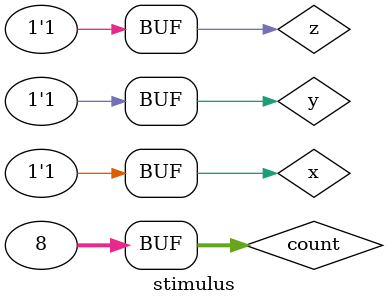
<source format=v>
module fullSubtr (
    output D,
    B,
    input  x,
    y,
    z
);
    assign D = (~x & ~y & z) | (~x & y & ~z) | (x & ~y & ~z) | (x & y & z);
    assign B = (~x & y) | (~x & z) | (y & z);
endmodule

module stimulus;
    reg x, y, z;
    wire D, B;
    fullSubtr sub1 (
        D,
        B,
        x,
        y,
        z
    );
    integer count = 0;
    initial begin
        for (count = 0; count < 8; count++) begin
            {x, y, z} = count;
            #1;
        end
    end
    initial begin
        $monitor("x:%b, y:%b,z:%b  - B:%b, D:%b", x, y, z, B, D);
    end
endmodule

</source>
